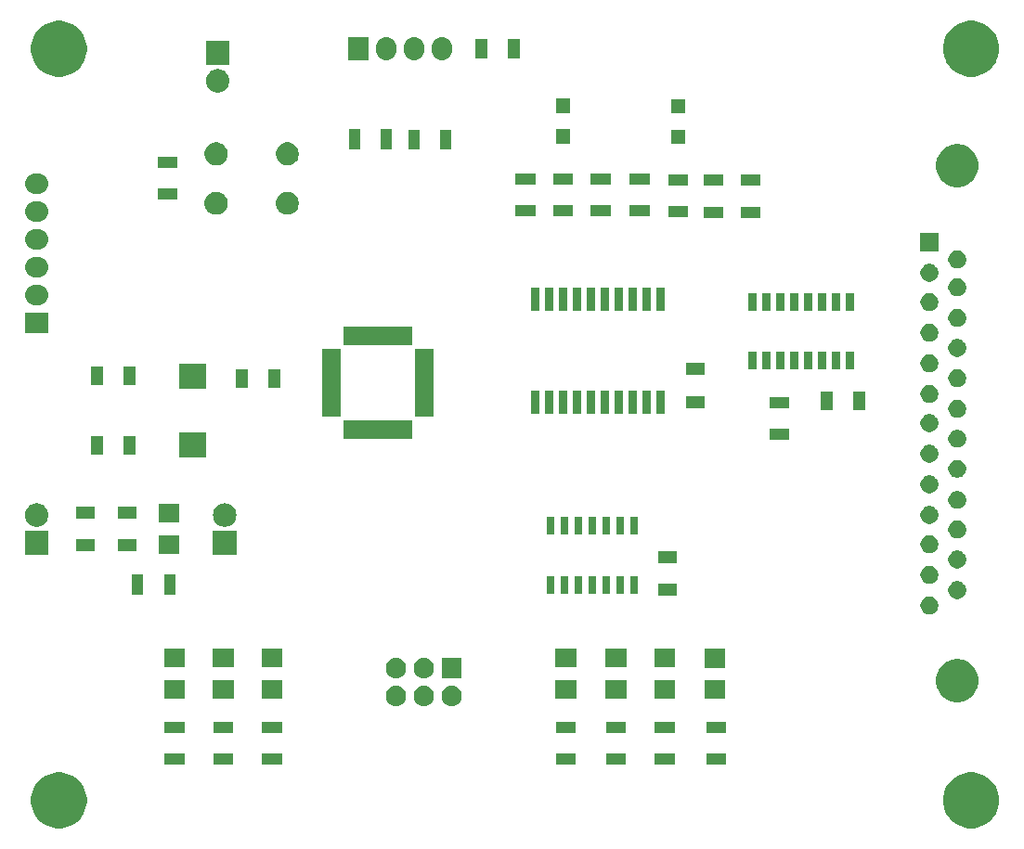
<source format=gbr>
G04 #@! TF.GenerationSoftware,KiCad,Pcbnew,(5.1.2-1)-1*
G04 #@! TF.CreationDate,2019-07-15T09:01:35+02:00*
G04 #@! TF.ProjectId,SmartParallel,536d6172-7450-4617-9261-6c6c656c2e6b,rev?*
G04 #@! TF.SameCoordinates,Original*
G04 #@! TF.FileFunction,Soldermask,Top*
G04 #@! TF.FilePolarity,Negative*
%FSLAX46Y46*%
G04 Gerber Fmt 4.6, Leading zero omitted, Abs format (unit mm)*
G04 Created by KiCad (PCBNEW (5.1.2-1)-1) date 2019-07-15 09:01:35*
%MOMM*%
%LPD*%
G04 APERTURE LIST*
%ADD10C,0.100000*%
G04 APERTURE END LIST*
D10*
G36*
X213088098Y-96734033D02*
G01*
X213552350Y-96926332D01*
X213552352Y-96926333D01*
X213970168Y-97205509D01*
X214325491Y-97560832D01*
X214604667Y-97978648D01*
X214604668Y-97978650D01*
X214796967Y-98442902D01*
X214895000Y-98935747D01*
X214895000Y-99438253D01*
X214796967Y-99931098D01*
X214604668Y-100395350D01*
X214604667Y-100395352D01*
X214325491Y-100813168D01*
X213970168Y-101168491D01*
X213552352Y-101447667D01*
X213552351Y-101447668D01*
X213552350Y-101447668D01*
X213088098Y-101639967D01*
X212595253Y-101738000D01*
X212092747Y-101738000D01*
X211599902Y-101639967D01*
X211135650Y-101447668D01*
X211135649Y-101447668D01*
X211135648Y-101447667D01*
X210717832Y-101168491D01*
X210362509Y-100813168D01*
X210083333Y-100395352D01*
X210083332Y-100395350D01*
X209891033Y-99931098D01*
X209793000Y-99438253D01*
X209793000Y-98935747D01*
X209891033Y-98442902D01*
X210083332Y-97978650D01*
X210083333Y-97978648D01*
X210362509Y-97560832D01*
X210717832Y-97205509D01*
X211135648Y-96926333D01*
X211135650Y-96926332D01*
X211599902Y-96734033D01*
X212092747Y-96636000D01*
X212595253Y-96636000D01*
X213088098Y-96734033D01*
X213088098Y-96734033D01*
G37*
G36*
X129903098Y-96734033D02*
G01*
X130367350Y-96926332D01*
X130367352Y-96926333D01*
X130785168Y-97205509D01*
X131140491Y-97560832D01*
X131419667Y-97978648D01*
X131419668Y-97978650D01*
X131611967Y-98442902D01*
X131710000Y-98935747D01*
X131710000Y-99438253D01*
X131611967Y-99931098D01*
X131419668Y-100395350D01*
X131419667Y-100395352D01*
X131140491Y-100813168D01*
X130785168Y-101168491D01*
X130367352Y-101447667D01*
X130367351Y-101447668D01*
X130367350Y-101447668D01*
X129903098Y-101639967D01*
X129410253Y-101738000D01*
X128907747Y-101738000D01*
X128414902Y-101639967D01*
X127950650Y-101447668D01*
X127950649Y-101447668D01*
X127950648Y-101447667D01*
X127532832Y-101168491D01*
X127177509Y-100813168D01*
X126898333Y-100395352D01*
X126898332Y-100395350D01*
X126706033Y-99931098D01*
X126608000Y-99438253D01*
X126608000Y-98935747D01*
X126706033Y-98442902D01*
X126898332Y-97978650D01*
X126898333Y-97978648D01*
X127177509Y-97560832D01*
X127532832Y-97205509D01*
X127950648Y-96926333D01*
X127950650Y-96926332D01*
X128414902Y-96734033D01*
X128907747Y-96636000D01*
X129410253Y-96636000D01*
X129903098Y-96734033D01*
X129903098Y-96734033D01*
G37*
G36*
X180860000Y-95931000D02*
G01*
X179058000Y-95931000D01*
X179058000Y-94929000D01*
X180860000Y-94929000D01*
X180860000Y-95931000D01*
X180860000Y-95931000D01*
G37*
G36*
X176288000Y-95931000D02*
G01*
X174486000Y-95931000D01*
X174486000Y-94929000D01*
X176288000Y-94929000D01*
X176288000Y-95931000D01*
X176288000Y-95931000D01*
G37*
G36*
X149491000Y-95931000D02*
G01*
X147689000Y-95931000D01*
X147689000Y-94929000D01*
X149491000Y-94929000D01*
X149491000Y-95931000D01*
X149491000Y-95931000D01*
G37*
G36*
X145046000Y-95931000D02*
G01*
X143244000Y-95931000D01*
X143244000Y-94929000D01*
X145046000Y-94929000D01*
X145046000Y-95931000D01*
X145046000Y-95931000D01*
G37*
G36*
X140601000Y-95931000D02*
G01*
X138799000Y-95931000D01*
X138799000Y-94929000D01*
X140601000Y-94929000D01*
X140601000Y-95931000D01*
X140601000Y-95931000D01*
G37*
G36*
X185305000Y-95931000D02*
G01*
X183503000Y-95931000D01*
X183503000Y-94929000D01*
X185305000Y-94929000D01*
X185305000Y-95931000D01*
X185305000Y-95931000D01*
G37*
G36*
X190004000Y-95931000D02*
G01*
X188202000Y-95931000D01*
X188202000Y-94929000D01*
X190004000Y-94929000D01*
X190004000Y-95931000D01*
X190004000Y-95931000D01*
G37*
G36*
X190004000Y-93031000D02*
G01*
X188202000Y-93031000D01*
X188202000Y-92029000D01*
X190004000Y-92029000D01*
X190004000Y-93031000D01*
X190004000Y-93031000D01*
G37*
G36*
X185305000Y-93031000D02*
G01*
X183503000Y-93031000D01*
X183503000Y-92029000D01*
X185305000Y-92029000D01*
X185305000Y-93031000D01*
X185305000Y-93031000D01*
G37*
G36*
X180860000Y-93031000D02*
G01*
X179058000Y-93031000D01*
X179058000Y-92029000D01*
X180860000Y-92029000D01*
X180860000Y-93031000D01*
X180860000Y-93031000D01*
G37*
G36*
X176288000Y-93031000D02*
G01*
X174486000Y-93031000D01*
X174486000Y-92029000D01*
X176288000Y-92029000D01*
X176288000Y-93031000D01*
X176288000Y-93031000D01*
G37*
G36*
X149491000Y-93031000D02*
G01*
X147689000Y-93031000D01*
X147689000Y-92029000D01*
X149491000Y-92029000D01*
X149491000Y-93031000D01*
X149491000Y-93031000D01*
G37*
G36*
X145046000Y-93031000D02*
G01*
X143244000Y-93031000D01*
X143244000Y-92029000D01*
X145046000Y-92029000D01*
X145046000Y-93031000D01*
X145046000Y-93031000D01*
G37*
G36*
X140601000Y-93031000D02*
G01*
X138799000Y-93031000D01*
X138799000Y-92029000D01*
X140601000Y-92029000D01*
X140601000Y-93031000D01*
X140601000Y-93031000D01*
G37*
G36*
X165152294Y-88760633D02*
G01*
X165324695Y-88812931D01*
X165483583Y-88897858D01*
X165622849Y-89012151D01*
X165737142Y-89151417D01*
X165822069Y-89310305D01*
X165874367Y-89482706D01*
X165892025Y-89662000D01*
X165874367Y-89841294D01*
X165822069Y-90013695D01*
X165737142Y-90172583D01*
X165622849Y-90311849D01*
X165483583Y-90426142D01*
X165324695Y-90511069D01*
X165152294Y-90563367D01*
X165017931Y-90576600D01*
X164928069Y-90576600D01*
X164793706Y-90563367D01*
X164621305Y-90511069D01*
X164462417Y-90426142D01*
X164323151Y-90311849D01*
X164208858Y-90172583D01*
X164123931Y-90013695D01*
X164071633Y-89841294D01*
X164053975Y-89662000D01*
X164071633Y-89482706D01*
X164123931Y-89310305D01*
X164208858Y-89151417D01*
X164323151Y-89012151D01*
X164462417Y-88897858D01*
X164621305Y-88812931D01*
X164793706Y-88760633D01*
X164928069Y-88747400D01*
X165017931Y-88747400D01*
X165152294Y-88760633D01*
X165152294Y-88760633D01*
G37*
G36*
X160072294Y-88760633D02*
G01*
X160244695Y-88812931D01*
X160403583Y-88897858D01*
X160542849Y-89012151D01*
X160657142Y-89151417D01*
X160742069Y-89310305D01*
X160794367Y-89482706D01*
X160812025Y-89662000D01*
X160794367Y-89841294D01*
X160742069Y-90013695D01*
X160657142Y-90172583D01*
X160542849Y-90311849D01*
X160403583Y-90426142D01*
X160244695Y-90511069D01*
X160072294Y-90563367D01*
X159937931Y-90576600D01*
X159848069Y-90576600D01*
X159713706Y-90563367D01*
X159541305Y-90511069D01*
X159382417Y-90426142D01*
X159243151Y-90311849D01*
X159128858Y-90172583D01*
X159043931Y-90013695D01*
X158991633Y-89841294D01*
X158973975Y-89662000D01*
X158991633Y-89482706D01*
X159043931Y-89310305D01*
X159128858Y-89151417D01*
X159243151Y-89012151D01*
X159382417Y-88897858D01*
X159541305Y-88812931D01*
X159713706Y-88760633D01*
X159848069Y-88747400D01*
X159937931Y-88747400D01*
X160072294Y-88760633D01*
X160072294Y-88760633D01*
G37*
G36*
X162612294Y-88760633D02*
G01*
X162784695Y-88812931D01*
X162943583Y-88897858D01*
X163082849Y-89012151D01*
X163197142Y-89151417D01*
X163282069Y-89310305D01*
X163334367Y-89482706D01*
X163352025Y-89662000D01*
X163334367Y-89841294D01*
X163282069Y-90013695D01*
X163197142Y-90172583D01*
X163082849Y-90311849D01*
X162943583Y-90426142D01*
X162784695Y-90511069D01*
X162612294Y-90563367D01*
X162477931Y-90576600D01*
X162388069Y-90576600D01*
X162253706Y-90563367D01*
X162081305Y-90511069D01*
X161922417Y-90426142D01*
X161783151Y-90311849D01*
X161668858Y-90172583D01*
X161583931Y-90013695D01*
X161531633Y-89841294D01*
X161513975Y-89662000D01*
X161531633Y-89482706D01*
X161583931Y-89310305D01*
X161668858Y-89151417D01*
X161783151Y-89012151D01*
X161922417Y-88897858D01*
X162081305Y-88812931D01*
X162253706Y-88760633D01*
X162388069Y-88747400D01*
X162477931Y-88747400D01*
X162612294Y-88760633D01*
X162612294Y-88760633D01*
G37*
G36*
X211512275Y-86357858D02*
G01*
X211644544Y-86384168D01*
X211791991Y-86445243D01*
X212000512Y-86531615D01*
X212000513Y-86531616D01*
X212320877Y-86745676D01*
X212593324Y-87018123D01*
X212662732Y-87122000D01*
X212807385Y-87338488D01*
X212954832Y-87694457D01*
X213020257Y-88023367D01*
X213030000Y-88072351D01*
X213030000Y-88457649D01*
X212954832Y-88835544D01*
X212929020Y-88897859D01*
X212807385Y-89191512D01*
X212807384Y-89191513D01*
X212593324Y-89511877D01*
X212320877Y-89784324D01*
X212235615Y-89841294D01*
X212000512Y-89998385D01*
X211791991Y-90084757D01*
X211644544Y-90145832D01*
X211518579Y-90170888D01*
X211266651Y-90221000D01*
X210881349Y-90221000D01*
X210629421Y-90170888D01*
X210503456Y-90145832D01*
X210356009Y-90084757D01*
X210147488Y-89998385D01*
X209912385Y-89841294D01*
X209827123Y-89784324D01*
X209554676Y-89511877D01*
X209340616Y-89191513D01*
X209340615Y-89191512D01*
X209218980Y-88897859D01*
X209193168Y-88835544D01*
X209118000Y-88457649D01*
X209118000Y-88072351D01*
X209127744Y-88023367D01*
X209193168Y-87694457D01*
X209340615Y-87338488D01*
X209485268Y-87122000D01*
X209554676Y-87018123D01*
X209827123Y-86745676D01*
X210147487Y-86531616D01*
X210147488Y-86531615D01*
X210356009Y-86445243D01*
X210503456Y-86384168D01*
X210635725Y-86357858D01*
X210881349Y-86309000D01*
X211266651Y-86309000D01*
X211512275Y-86357858D01*
X211512275Y-86357858D01*
G37*
G36*
X189927430Y-89922550D02*
G01*
X188024570Y-89922550D01*
X188024570Y-88222890D01*
X189927430Y-88222890D01*
X189927430Y-89922550D01*
X189927430Y-89922550D01*
G37*
G36*
X145096430Y-89899690D02*
G01*
X143193570Y-89899690D01*
X143193570Y-88200030D01*
X145096430Y-88200030D01*
X145096430Y-89899690D01*
X145096430Y-89899690D01*
G37*
G36*
X149541430Y-89899690D02*
G01*
X147638570Y-89899690D01*
X147638570Y-88200030D01*
X149541430Y-88200030D01*
X149541430Y-89899690D01*
X149541430Y-89899690D01*
G37*
G36*
X140651430Y-89899690D02*
G01*
X138748570Y-89899690D01*
X138748570Y-88200030D01*
X140651430Y-88200030D01*
X140651430Y-89899690D01*
X140651430Y-89899690D01*
G37*
G36*
X185355430Y-89899690D02*
G01*
X183452570Y-89899690D01*
X183452570Y-88200030D01*
X185355430Y-88200030D01*
X185355430Y-89899690D01*
X185355430Y-89899690D01*
G37*
G36*
X180910430Y-89899690D02*
G01*
X179007570Y-89899690D01*
X179007570Y-88200030D01*
X180910430Y-88200030D01*
X180910430Y-89899690D01*
X180910430Y-89899690D01*
G37*
G36*
X176338430Y-89899690D02*
G01*
X174435570Y-89899690D01*
X174435570Y-88200030D01*
X176338430Y-88200030D01*
X176338430Y-89899690D01*
X176338430Y-89899690D01*
G37*
G36*
X162612294Y-86220633D02*
G01*
X162784695Y-86272931D01*
X162943583Y-86357858D01*
X163082849Y-86472151D01*
X163197142Y-86611417D01*
X163282069Y-86770305D01*
X163334367Y-86942706D01*
X163352025Y-87122000D01*
X163334367Y-87301294D01*
X163282069Y-87473695D01*
X163197142Y-87632583D01*
X163082849Y-87771849D01*
X162943583Y-87886142D01*
X162784695Y-87971069D01*
X162612294Y-88023367D01*
X162477931Y-88036600D01*
X162388069Y-88036600D01*
X162253706Y-88023367D01*
X162081305Y-87971069D01*
X161922417Y-87886142D01*
X161783151Y-87771849D01*
X161668858Y-87632583D01*
X161583931Y-87473695D01*
X161531633Y-87301294D01*
X161513975Y-87122000D01*
X161531633Y-86942706D01*
X161583931Y-86770305D01*
X161668858Y-86611417D01*
X161783151Y-86472151D01*
X161922417Y-86357858D01*
X162081305Y-86272931D01*
X162253706Y-86220633D01*
X162388069Y-86207400D01*
X162477931Y-86207400D01*
X162612294Y-86220633D01*
X162612294Y-86220633D01*
G37*
G36*
X165887600Y-88036600D02*
G01*
X164058400Y-88036600D01*
X164058400Y-86207400D01*
X165887600Y-86207400D01*
X165887600Y-88036600D01*
X165887600Y-88036600D01*
G37*
G36*
X160072294Y-86220633D02*
G01*
X160244695Y-86272931D01*
X160403583Y-86357858D01*
X160542849Y-86472151D01*
X160657142Y-86611417D01*
X160742069Y-86770305D01*
X160794367Y-86942706D01*
X160812025Y-87122000D01*
X160794367Y-87301294D01*
X160742069Y-87473695D01*
X160657142Y-87632583D01*
X160542849Y-87771849D01*
X160403583Y-87886142D01*
X160244695Y-87971069D01*
X160072294Y-88023367D01*
X159937931Y-88036600D01*
X159848069Y-88036600D01*
X159713706Y-88023367D01*
X159541305Y-87971069D01*
X159382417Y-87886142D01*
X159243151Y-87771849D01*
X159128858Y-87632583D01*
X159043931Y-87473695D01*
X158991633Y-87301294D01*
X158973975Y-87122000D01*
X158991633Y-86942706D01*
X159043931Y-86770305D01*
X159128858Y-86611417D01*
X159243151Y-86472151D01*
X159382417Y-86357858D01*
X159541305Y-86272931D01*
X159713706Y-86220633D01*
X159848069Y-86207400D01*
X159937931Y-86207400D01*
X160072294Y-86220633D01*
X160072294Y-86220633D01*
G37*
G36*
X189927430Y-87082830D02*
G01*
X188024570Y-87082830D01*
X188024570Y-85383170D01*
X189927430Y-85383170D01*
X189927430Y-87082830D01*
X189927430Y-87082830D01*
G37*
G36*
X176338430Y-87059970D02*
G01*
X174435570Y-87059970D01*
X174435570Y-85360310D01*
X176338430Y-85360310D01*
X176338430Y-87059970D01*
X176338430Y-87059970D01*
G37*
G36*
X145096430Y-87059970D02*
G01*
X143193570Y-87059970D01*
X143193570Y-85360310D01*
X145096430Y-85360310D01*
X145096430Y-87059970D01*
X145096430Y-87059970D01*
G37*
G36*
X149541430Y-87059970D02*
G01*
X147638570Y-87059970D01*
X147638570Y-85360310D01*
X149541430Y-85360310D01*
X149541430Y-87059970D01*
X149541430Y-87059970D01*
G37*
G36*
X140651430Y-87059970D02*
G01*
X138748570Y-87059970D01*
X138748570Y-85360310D01*
X140651430Y-85360310D01*
X140651430Y-87059970D01*
X140651430Y-87059970D01*
G37*
G36*
X185355430Y-87059970D02*
G01*
X183452570Y-87059970D01*
X183452570Y-85360310D01*
X185355430Y-85360310D01*
X185355430Y-87059970D01*
X185355430Y-87059970D01*
G37*
G36*
X180910430Y-87059970D02*
G01*
X179007570Y-87059970D01*
X179007570Y-85360310D01*
X180910430Y-85360310D01*
X180910430Y-87059970D01*
X180910430Y-87059970D01*
G37*
G36*
X208771142Y-80625242D02*
G01*
X208919101Y-80686529D01*
X209052255Y-80775499D01*
X209165501Y-80888745D01*
X209254471Y-81021899D01*
X209315758Y-81169858D01*
X209347000Y-81326925D01*
X209347000Y-81487075D01*
X209315758Y-81644142D01*
X209254471Y-81792101D01*
X209165501Y-81925255D01*
X209052255Y-82038501D01*
X208919101Y-82127471D01*
X208771142Y-82188758D01*
X208614075Y-82220000D01*
X208453925Y-82220000D01*
X208296858Y-82188758D01*
X208148899Y-82127471D01*
X208015745Y-82038501D01*
X207902499Y-81925255D01*
X207813529Y-81792101D01*
X207752242Y-81644142D01*
X207721000Y-81487075D01*
X207721000Y-81326925D01*
X207752242Y-81169858D01*
X207813529Y-81021899D01*
X207902499Y-80888745D01*
X208015745Y-80775499D01*
X208148899Y-80686529D01*
X208296858Y-80625242D01*
X208453925Y-80594000D01*
X208614075Y-80594000D01*
X208771142Y-80625242D01*
X208771142Y-80625242D01*
G37*
G36*
X211311142Y-79228242D02*
G01*
X211459101Y-79289529D01*
X211592255Y-79378499D01*
X211705501Y-79491745D01*
X211794471Y-79624899D01*
X211855758Y-79772858D01*
X211887000Y-79929925D01*
X211887000Y-80090075D01*
X211855758Y-80247142D01*
X211794471Y-80395101D01*
X211705501Y-80528255D01*
X211592255Y-80641501D01*
X211459101Y-80730471D01*
X211311142Y-80791758D01*
X211154075Y-80823000D01*
X210993925Y-80823000D01*
X210836858Y-80791758D01*
X210688899Y-80730471D01*
X210555745Y-80641501D01*
X210442499Y-80528255D01*
X210353529Y-80395101D01*
X210292242Y-80247142D01*
X210261000Y-80090075D01*
X210261000Y-79929925D01*
X210292242Y-79772858D01*
X210353529Y-79624899D01*
X210442499Y-79491745D01*
X210555745Y-79378499D01*
X210688899Y-79289529D01*
X210836858Y-79228242D01*
X210993925Y-79197000D01*
X211154075Y-79197000D01*
X211311142Y-79228242D01*
X211311142Y-79228242D01*
G37*
G36*
X185509000Y-80537000D02*
G01*
X183807000Y-80537000D01*
X183807000Y-79435000D01*
X185509000Y-79435000D01*
X185509000Y-80537000D01*
X185509000Y-80537000D01*
G37*
G36*
X139746000Y-80403000D02*
G01*
X138744000Y-80403000D01*
X138744000Y-78601000D01*
X139746000Y-78601000D01*
X139746000Y-80403000D01*
X139746000Y-80403000D01*
G37*
G36*
X136846000Y-80403000D02*
G01*
X135844000Y-80403000D01*
X135844000Y-78601000D01*
X136846000Y-78601000D01*
X136846000Y-80403000D01*
X136846000Y-80403000D01*
G37*
G36*
X176881000Y-80336000D02*
G01*
X176179000Y-80336000D01*
X176179000Y-78734000D01*
X176881000Y-78734000D01*
X176881000Y-80336000D01*
X176881000Y-80336000D01*
G37*
G36*
X179421000Y-80336000D02*
G01*
X178719000Y-80336000D01*
X178719000Y-78734000D01*
X179421000Y-78734000D01*
X179421000Y-80336000D01*
X179421000Y-80336000D01*
G37*
G36*
X181961000Y-80336000D02*
G01*
X181259000Y-80336000D01*
X181259000Y-78734000D01*
X181961000Y-78734000D01*
X181961000Y-80336000D01*
X181961000Y-80336000D01*
G37*
G36*
X178151000Y-80336000D02*
G01*
X177449000Y-80336000D01*
X177449000Y-78734000D01*
X178151000Y-78734000D01*
X178151000Y-80336000D01*
X178151000Y-80336000D01*
G37*
G36*
X175611000Y-80336000D02*
G01*
X174909000Y-80336000D01*
X174909000Y-78734000D01*
X175611000Y-78734000D01*
X175611000Y-80336000D01*
X175611000Y-80336000D01*
G37*
G36*
X174341000Y-80336000D02*
G01*
X173639000Y-80336000D01*
X173639000Y-78734000D01*
X174341000Y-78734000D01*
X174341000Y-80336000D01*
X174341000Y-80336000D01*
G37*
G36*
X180691000Y-80336000D02*
G01*
X179989000Y-80336000D01*
X179989000Y-78734000D01*
X180691000Y-78734000D01*
X180691000Y-80336000D01*
X180691000Y-80336000D01*
G37*
G36*
X208771142Y-77831242D02*
G01*
X208919101Y-77892529D01*
X209052255Y-77981499D01*
X209165501Y-78094745D01*
X209254471Y-78227899D01*
X209315758Y-78375858D01*
X209347000Y-78532925D01*
X209347000Y-78693075D01*
X209315758Y-78850142D01*
X209254471Y-78998101D01*
X209165501Y-79131255D01*
X209052255Y-79244501D01*
X208919101Y-79333471D01*
X208771142Y-79394758D01*
X208614075Y-79426000D01*
X208453925Y-79426000D01*
X208296858Y-79394758D01*
X208148899Y-79333471D01*
X208015745Y-79244501D01*
X207902499Y-79131255D01*
X207813529Y-78998101D01*
X207752242Y-78850142D01*
X207721000Y-78693075D01*
X207721000Y-78532925D01*
X207752242Y-78375858D01*
X207813529Y-78227899D01*
X207902499Y-78094745D01*
X208015745Y-77981499D01*
X208148899Y-77892529D01*
X208296858Y-77831242D01*
X208453925Y-77800000D01*
X208614075Y-77800000D01*
X208771142Y-77831242D01*
X208771142Y-77831242D01*
G37*
G36*
X211311142Y-76434242D02*
G01*
X211459101Y-76495529D01*
X211592255Y-76584499D01*
X211705501Y-76697745D01*
X211794471Y-76830899D01*
X211855758Y-76978858D01*
X211887000Y-77135925D01*
X211887000Y-77296075D01*
X211855758Y-77453142D01*
X211794471Y-77601101D01*
X211705501Y-77734255D01*
X211592255Y-77847501D01*
X211459101Y-77936471D01*
X211311142Y-77997758D01*
X211154075Y-78029000D01*
X210993925Y-78029000D01*
X210836858Y-77997758D01*
X210688899Y-77936471D01*
X210555745Y-77847501D01*
X210442499Y-77734255D01*
X210353529Y-77601101D01*
X210292242Y-77453142D01*
X210261000Y-77296075D01*
X210261000Y-77135925D01*
X210292242Y-76978858D01*
X210353529Y-76830899D01*
X210442499Y-76697745D01*
X210555745Y-76584499D01*
X210688899Y-76495529D01*
X210836858Y-76434242D01*
X210993925Y-76403000D01*
X211154075Y-76403000D01*
X211311142Y-76434242D01*
X211311142Y-76434242D01*
G37*
G36*
X185509000Y-77537000D02*
G01*
X183807000Y-77537000D01*
X183807000Y-76435000D01*
X185509000Y-76435000D01*
X185509000Y-77537000D01*
X185509000Y-77537000D01*
G37*
G36*
X145339000Y-76759000D02*
G01*
X143205000Y-76759000D01*
X143205000Y-74625000D01*
X145339000Y-74625000D01*
X145339000Y-76759000D01*
X145339000Y-76759000D01*
G37*
G36*
X128194000Y-76759000D02*
G01*
X126060000Y-76759000D01*
X126060000Y-74625000D01*
X128194000Y-74625000D01*
X128194000Y-76759000D01*
X128194000Y-76759000D01*
G37*
G36*
X140143430Y-76691690D02*
G01*
X138240570Y-76691690D01*
X138240570Y-74992030D01*
X140143430Y-74992030D01*
X140143430Y-76691690D01*
X140143430Y-76691690D01*
G37*
G36*
X208771142Y-75037242D02*
G01*
X208919101Y-75098529D01*
X209052255Y-75187499D01*
X209165501Y-75300745D01*
X209254471Y-75433899D01*
X209315758Y-75581858D01*
X209347000Y-75738925D01*
X209347000Y-75899075D01*
X209315758Y-76056142D01*
X209254471Y-76204101D01*
X209165501Y-76337255D01*
X209052255Y-76450501D01*
X208919101Y-76539471D01*
X208771142Y-76600758D01*
X208614075Y-76632000D01*
X208453925Y-76632000D01*
X208296858Y-76600758D01*
X208148899Y-76539471D01*
X208015745Y-76450501D01*
X207902499Y-76337255D01*
X207813529Y-76204101D01*
X207752242Y-76056142D01*
X207721000Y-75899075D01*
X207721000Y-75738925D01*
X207752242Y-75581858D01*
X207813529Y-75433899D01*
X207902499Y-75300745D01*
X208015745Y-75187499D01*
X208148899Y-75098529D01*
X208296858Y-75037242D01*
X208453925Y-75006000D01*
X208614075Y-75006000D01*
X208771142Y-75037242D01*
X208771142Y-75037242D01*
G37*
G36*
X136233000Y-76473000D02*
G01*
X134531000Y-76473000D01*
X134531000Y-75371000D01*
X136233000Y-75371000D01*
X136233000Y-76473000D01*
X136233000Y-76473000D01*
G37*
G36*
X132423000Y-76473000D02*
G01*
X130721000Y-76473000D01*
X130721000Y-75371000D01*
X132423000Y-75371000D01*
X132423000Y-76473000D01*
X132423000Y-76473000D01*
G37*
G36*
X211311142Y-73691042D02*
G01*
X211459101Y-73752329D01*
X211592255Y-73841299D01*
X211705501Y-73954545D01*
X211794471Y-74087699D01*
X211855758Y-74235658D01*
X211887000Y-74392725D01*
X211887000Y-74552875D01*
X211855758Y-74709942D01*
X211794471Y-74857901D01*
X211705501Y-74991055D01*
X211592255Y-75104301D01*
X211459101Y-75193271D01*
X211311142Y-75254558D01*
X211154075Y-75285800D01*
X210993925Y-75285800D01*
X210836858Y-75254558D01*
X210688899Y-75193271D01*
X210555745Y-75104301D01*
X210442499Y-74991055D01*
X210353529Y-74857901D01*
X210292242Y-74709942D01*
X210261000Y-74552875D01*
X210261000Y-74392725D01*
X210292242Y-74235658D01*
X210353529Y-74087699D01*
X210442499Y-73954545D01*
X210555745Y-73841299D01*
X210688899Y-73752329D01*
X210836858Y-73691042D01*
X210993925Y-73659800D01*
X211154075Y-73659800D01*
X211311142Y-73691042D01*
X211311142Y-73691042D01*
G37*
G36*
X178151000Y-74936000D02*
G01*
X177449000Y-74936000D01*
X177449000Y-73334000D01*
X178151000Y-73334000D01*
X178151000Y-74936000D01*
X178151000Y-74936000D01*
G37*
G36*
X181961000Y-74936000D02*
G01*
X181259000Y-74936000D01*
X181259000Y-73334000D01*
X181961000Y-73334000D01*
X181961000Y-74936000D01*
X181961000Y-74936000D01*
G37*
G36*
X180691000Y-74936000D02*
G01*
X179989000Y-74936000D01*
X179989000Y-73334000D01*
X180691000Y-73334000D01*
X180691000Y-74936000D01*
X180691000Y-74936000D01*
G37*
G36*
X179421000Y-74936000D02*
G01*
X178719000Y-74936000D01*
X178719000Y-73334000D01*
X179421000Y-73334000D01*
X179421000Y-74936000D01*
X179421000Y-74936000D01*
G37*
G36*
X176881000Y-74936000D02*
G01*
X176179000Y-74936000D01*
X176179000Y-73334000D01*
X176881000Y-73334000D01*
X176881000Y-74936000D01*
X176881000Y-74936000D01*
G37*
G36*
X175611000Y-74936000D02*
G01*
X174909000Y-74936000D01*
X174909000Y-73334000D01*
X175611000Y-73334000D01*
X175611000Y-74936000D01*
X175611000Y-74936000D01*
G37*
G36*
X174341000Y-74936000D02*
G01*
X173639000Y-74936000D01*
X173639000Y-73334000D01*
X174341000Y-73334000D01*
X174341000Y-74936000D01*
X174341000Y-74936000D01*
G37*
G36*
X127242114Y-72091176D02*
G01*
X127336168Y-72100439D01*
X127537299Y-72161451D01*
X127623110Y-72207318D01*
X127722661Y-72260529D01*
X127885133Y-72393867D01*
X128018471Y-72556339D01*
X128038280Y-72593400D01*
X128117549Y-72741701D01*
X128178561Y-72942832D01*
X128199162Y-73152000D01*
X128178561Y-73361168D01*
X128117549Y-73562299D01*
X128071682Y-73648110D01*
X128018471Y-73747661D01*
X127885133Y-73910133D01*
X127722661Y-74043471D01*
X127623110Y-74096682D01*
X127537299Y-74142549D01*
X127336168Y-74203561D01*
X127242114Y-74212824D01*
X127179413Y-74219000D01*
X127074587Y-74219000D01*
X127011886Y-74212824D01*
X126917832Y-74203561D01*
X126716701Y-74142549D01*
X126630890Y-74096682D01*
X126531339Y-74043471D01*
X126368867Y-73910133D01*
X126235529Y-73747661D01*
X126182318Y-73648110D01*
X126136451Y-73562299D01*
X126075439Y-73361168D01*
X126054838Y-73152000D01*
X126075439Y-72942832D01*
X126136451Y-72741701D01*
X126215720Y-72593400D01*
X126235529Y-72556339D01*
X126368867Y-72393867D01*
X126531339Y-72260529D01*
X126630890Y-72207318D01*
X126716701Y-72161451D01*
X126917832Y-72100439D01*
X127011886Y-72091176D01*
X127074587Y-72085000D01*
X127179413Y-72085000D01*
X127242114Y-72091176D01*
X127242114Y-72091176D01*
G37*
G36*
X144387114Y-72091176D02*
G01*
X144481168Y-72100439D01*
X144682299Y-72161451D01*
X144768110Y-72207318D01*
X144867661Y-72260529D01*
X145030133Y-72393867D01*
X145163471Y-72556339D01*
X145183280Y-72593400D01*
X145262549Y-72741701D01*
X145323561Y-72942832D01*
X145344162Y-73152000D01*
X145323561Y-73361168D01*
X145262549Y-73562299D01*
X145216682Y-73648110D01*
X145163471Y-73747661D01*
X145030133Y-73910133D01*
X144867661Y-74043471D01*
X144768110Y-74096682D01*
X144682299Y-74142549D01*
X144481168Y-74203561D01*
X144387114Y-74212824D01*
X144324413Y-74219000D01*
X144219587Y-74219000D01*
X144156886Y-74212824D01*
X144062832Y-74203561D01*
X143861701Y-74142549D01*
X143775890Y-74096682D01*
X143676339Y-74043471D01*
X143513867Y-73910133D01*
X143380529Y-73747661D01*
X143327318Y-73648110D01*
X143281451Y-73562299D01*
X143220439Y-73361168D01*
X143199838Y-73152000D01*
X143220439Y-72942832D01*
X143281451Y-72741701D01*
X143360720Y-72593400D01*
X143380529Y-72556339D01*
X143513867Y-72393867D01*
X143676339Y-72260529D01*
X143775890Y-72207318D01*
X143861701Y-72161451D01*
X144062832Y-72100439D01*
X144156886Y-72091176D01*
X144219587Y-72085000D01*
X144324413Y-72085000D01*
X144387114Y-72091176D01*
X144387114Y-72091176D01*
G37*
G36*
X208771142Y-72370242D02*
G01*
X208919101Y-72431529D01*
X209052255Y-72520499D01*
X209165501Y-72633745D01*
X209254471Y-72766899D01*
X209315758Y-72914858D01*
X209347000Y-73071925D01*
X209347000Y-73232075D01*
X209315758Y-73389142D01*
X209254471Y-73537101D01*
X209165501Y-73670255D01*
X209052255Y-73783501D01*
X208919101Y-73872471D01*
X208771142Y-73933758D01*
X208614075Y-73965000D01*
X208453925Y-73965000D01*
X208296858Y-73933758D01*
X208148899Y-73872471D01*
X208015745Y-73783501D01*
X207902499Y-73670255D01*
X207813529Y-73537101D01*
X207752242Y-73389142D01*
X207721000Y-73232075D01*
X207721000Y-73071925D01*
X207752242Y-72914858D01*
X207813529Y-72766899D01*
X207902499Y-72633745D01*
X208015745Y-72520499D01*
X208148899Y-72431529D01*
X208296858Y-72370242D01*
X208453925Y-72339000D01*
X208614075Y-72339000D01*
X208771142Y-72370242D01*
X208771142Y-72370242D01*
G37*
G36*
X140143430Y-73851970D02*
G01*
X138240570Y-73851970D01*
X138240570Y-72152310D01*
X140143430Y-72152310D01*
X140143430Y-73851970D01*
X140143430Y-73851970D01*
G37*
G36*
X132423000Y-73473000D02*
G01*
X130721000Y-73473000D01*
X130721000Y-72371000D01*
X132423000Y-72371000D01*
X132423000Y-73473000D01*
X132423000Y-73473000D01*
G37*
G36*
X136233000Y-73473000D02*
G01*
X134531000Y-73473000D01*
X134531000Y-72371000D01*
X136233000Y-72371000D01*
X136233000Y-73473000D01*
X136233000Y-73473000D01*
G37*
G36*
X211311142Y-70998642D02*
G01*
X211459101Y-71059929D01*
X211592255Y-71148899D01*
X211705501Y-71262145D01*
X211794471Y-71395299D01*
X211855758Y-71543258D01*
X211887000Y-71700325D01*
X211887000Y-71860475D01*
X211855758Y-72017542D01*
X211794471Y-72165501D01*
X211705501Y-72298655D01*
X211592255Y-72411901D01*
X211459101Y-72500871D01*
X211311142Y-72562158D01*
X211154075Y-72593400D01*
X210993925Y-72593400D01*
X210836858Y-72562158D01*
X210688899Y-72500871D01*
X210555745Y-72411901D01*
X210442499Y-72298655D01*
X210353529Y-72165501D01*
X210292242Y-72017542D01*
X210261000Y-71860475D01*
X210261000Y-71700325D01*
X210292242Y-71543258D01*
X210353529Y-71395299D01*
X210442499Y-71262145D01*
X210555745Y-71148899D01*
X210688899Y-71059929D01*
X210836858Y-70998642D01*
X210993925Y-70967400D01*
X211154075Y-70967400D01*
X211311142Y-70998642D01*
X211311142Y-70998642D01*
G37*
G36*
X208771142Y-69576242D02*
G01*
X208919101Y-69637529D01*
X209052255Y-69726499D01*
X209165501Y-69839745D01*
X209254471Y-69972899D01*
X209315758Y-70120858D01*
X209347000Y-70277925D01*
X209347000Y-70438075D01*
X209315758Y-70595142D01*
X209254471Y-70743101D01*
X209165501Y-70876255D01*
X209052255Y-70989501D01*
X208919101Y-71078471D01*
X208771142Y-71139758D01*
X208614075Y-71171000D01*
X208453925Y-71171000D01*
X208296858Y-71139758D01*
X208148899Y-71078471D01*
X208015745Y-70989501D01*
X207902499Y-70876255D01*
X207813529Y-70743101D01*
X207752242Y-70595142D01*
X207721000Y-70438075D01*
X207721000Y-70277925D01*
X207752242Y-70120858D01*
X207813529Y-69972899D01*
X207902499Y-69839745D01*
X208015745Y-69726499D01*
X208148899Y-69637529D01*
X208296858Y-69576242D01*
X208453925Y-69545000D01*
X208614075Y-69545000D01*
X208771142Y-69576242D01*
X208771142Y-69576242D01*
G37*
G36*
X211311142Y-68153842D02*
G01*
X211459101Y-68215129D01*
X211592255Y-68304099D01*
X211705501Y-68417345D01*
X211794471Y-68550499D01*
X211855758Y-68698458D01*
X211887000Y-68855525D01*
X211887000Y-69015675D01*
X211855758Y-69172742D01*
X211794471Y-69320701D01*
X211705501Y-69453855D01*
X211592255Y-69567101D01*
X211459101Y-69656071D01*
X211311142Y-69717358D01*
X211154075Y-69748600D01*
X210993925Y-69748600D01*
X210836858Y-69717358D01*
X210688899Y-69656071D01*
X210555745Y-69567101D01*
X210442499Y-69453855D01*
X210353529Y-69320701D01*
X210292242Y-69172742D01*
X210261000Y-69015675D01*
X210261000Y-68855525D01*
X210292242Y-68698458D01*
X210353529Y-68550499D01*
X210442499Y-68417345D01*
X210555745Y-68304099D01*
X210688899Y-68215129D01*
X210836858Y-68153842D01*
X210993925Y-68122600D01*
X211154075Y-68122600D01*
X211311142Y-68153842D01*
X211311142Y-68153842D01*
G37*
G36*
X208771142Y-66782242D02*
G01*
X208919101Y-66843529D01*
X209052255Y-66932499D01*
X209165501Y-67045745D01*
X209254471Y-67178899D01*
X209315758Y-67326858D01*
X209347000Y-67483925D01*
X209347000Y-67644075D01*
X209315758Y-67801142D01*
X209254471Y-67949101D01*
X209165501Y-68082255D01*
X209052255Y-68195501D01*
X208919101Y-68284471D01*
X208771142Y-68345758D01*
X208614075Y-68377000D01*
X208453925Y-68377000D01*
X208296858Y-68345758D01*
X208148899Y-68284471D01*
X208015745Y-68195501D01*
X207902499Y-68082255D01*
X207813529Y-67949101D01*
X207752242Y-67801142D01*
X207721000Y-67644075D01*
X207721000Y-67483925D01*
X207752242Y-67326858D01*
X207813529Y-67178899D01*
X207902499Y-67045745D01*
X208015745Y-66932499D01*
X208148899Y-66843529D01*
X208296858Y-66782242D01*
X208453925Y-66751000D01*
X208614075Y-66751000D01*
X208771142Y-66782242D01*
X208771142Y-66782242D01*
G37*
G36*
X142602000Y-67928000D02*
G01*
X140100000Y-67928000D01*
X140100000Y-65626000D01*
X142602000Y-65626000D01*
X142602000Y-67928000D01*
X142602000Y-67928000D01*
G37*
G36*
X136163000Y-67653000D02*
G01*
X135061000Y-67653000D01*
X135061000Y-65951000D01*
X136163000Y-65951000D01*
X136163000Y-67653000D01*
X136163000Y-67653000D01*
G37*
G36*
X133163000Y-67653000D02*
G01*
X132061000Y-67653000D01*
X132061000Y-65951000D01*
X133163000Y-65951000D01*
X133163000Y-67653000D01*
X133163000Y-67653000D01*
G37*
G36*
X211311142Y-65410642D02*
G01*
X211459101Y-65471929D01*
X211592255Y-65560899D01*
X211705501Y-65674145D01*
X211794471Y-65807299D01*
X211855758Y-65955258D01*
X211887000Y-66112325D01*
X211887000Y-66272475D01*
X211855758Y-66429542D01*
X211794471Y-66577501D01*
X211705501Y-66710655D01*
X211592255Y-66823901D01*
X211459101Y-66912871D01*
X211311142Y-66974158D01*
X211154075Y-67005400D01*
X210993925Y-67005400D01*
X210836858Y-66974158D01*
X210688899Y-66912871D01*
X210555745Y-66823901D01*
X210442499Y-66710655D01*
X210353529Y-66577501D01*
X210292242Y-66429542D01*
X210261000Y-66272475D01*
X210261000Y-66112325D01*
X210292242Y-65955258D01*
X210353529Y-65807299D01*
X210442499Y-65674145D01*
X210555745Y-65560899D01*
X210688899Y-65471929D01*
X210836858Y-65410642D01*
X210993925Y-65379400D01*
X211154075Y-65379400D01*
X211311142Y-65410642D01*
X211311142Y-65410642D01*
G37*
G36*
X195782500Y-66276500D02*
G01*
X193980500Y-66276500D01*
X193980500Y-65274500D01*
X195782500Y-65274500D01*
X195782500Y-66276500D01*
X195782500Y-66276500D01*
G37*
G36*
X161368000Y-66188000D02*
G01*
X155116000Y-66188000D01*
X155116000Y-64486000D01*
X161368000Y-64486000D01*
X161368000Y-66188000D01*
X161368000Y-66188000D01*
G37*
G36*
X208771142Y-63988242D02*
G01*
X208919101Y-64049529D01*
X209052255Y-64138499D01*
X209165501Y-64251745D01*
X209254471Y-64384899D01*
X209315758Y-64532858D01*
X209347000Y-64689925D01*
X209347000Y-64850075D01*
X209315758Y-65007142D01*
X209254471Y-65155101D01*
X209165501Y-65288255D01*
X209052255Y-65401501D01*
X208919101Y-65490471D01*
X208771142Y-65551758D01*
X208614075Y-65583000D01*
X208453925Y-65583000D01*
X208296858Y-65551758D01*
X208148899Y-65490471D01*
X208015745Y-65401501D01*
X207902499Y-65288255D01*
X207813529Y-65155101D01*
X207752242Y-65007142D01*
X207721000Y-64850075D01*
X207721000Y-64689925D01*
X207752242Y-64532858D01*
X207813529Y-64384899D01*
X207902499Y-64251745D01*
X208015745Y-64138499D01*
X208148899Y-64049529D01*
X208296858Y-63988242D01*
X208453925Y-63957000D01*
X208614075Y-63957000D01*
X208771142Y-63988242D01*
X208771142Y-63988242D01*
G37*
G36*
X211311142Y-62667442D02*
G01*
X211459101Y-62728729D01*
X211592255Y-62817699D01*
X211705501Y-62930945D01*
X211794471Y-63064099D01*
X211855758Y-63212058D01*
X211887000Y-63369125D01*
X211887000Y-63529275D01*
X211855758Y-63686342D01*
X211794471Y-63834301D01*
X211705501Y-63967455D01*
X211592255Y-64080701D01*
X211459101Y-64169671D01*
X211311142Y-64230958D01*
X211154075Y-64262200D01*
X210993925Y-64262200D01*
X210836858Y-64230958D01*
X210688899Y-64169671D01*
X210555745Y-64080701D01*
X210442499Y-63967455D01*
X210353529Y-63834301D01*
X210292242Y-63686342D01*
X210261000Y-63529275D01*
X210261000Y-63369125D01*
X210292242Y-63212058D01*
X210353529Y-63064099D01*
X210442499Y-62930945D01*
X210555745Y-62817699D01*
X210688899Y-62728729D01*
X210836858Y-62667442D01*
X210993925Y-62636200D01*
X211154075Y-62636200D01*
X211311142Y-62667442D01*
X211311142Y-62667442D01*
G37*
G36*
X154843000Y-64213000D02*
G01*
X153141000Y-64213000D01*
X153141000Y-57961000D01*
X154843000Y-57961000D01*
X154843000Y-64213000D01*
X154843000Y-64213000D01*
G37*
G36*
X163343000Y-64213000D02*
G01*
X161641000Y-64213000D01*
X161641000Y-57961000D01*
X163343000Y-57961000D01*
X163343000Y-64213000D01*
X163343000Y-64213000D01*
G37*
G36*
X184374000Y-63892000D02*
G01*
X183672000Y-63892000D01*
X183672000Y-61840000D01*
X184374000Y-61840000D01*
X184374000Y-63892000D01*
X184374000Y-63892000D01*
G37*
G36*
X176754000Y-63892000D02*
G01*
X176052000Y-63892000D01*
X176052000Y-61840000D01*
X176754000Y-61840000D01*
X176754000Y-63892000D01*
X176754000Y-63892000D01*
G37*
G36*
X183104000Y-63892000D02*
G01*
X182402000Y-63892000D01*
X182402000Y-61840000D01*
X183104000Y-61840000D01*
X183104000Y-63892000D01*
X183104000Y-63892000D01*
G37*
G36*
X181834000Y-63892000D02*
G01*
X181132000Y-63892000D01*
X181132000Y-61840000D01*
X181834000Y-61840000D01*
X181834000Y-63892000D01*
X181834000Y-63892000D01*
G37*
G36*
X180564000Y-63892000D02*
G01*
X179862000Y-63892000D01*
X179862000Y-61840000D01*
X180564000Y-61840000D01*
X180564000Y-63892000D01*
X180564000Y-63892000D01*
G37*
G36*
X179294000Y-63892000D02*
G01*
X178592000Y-63892000D01*
X178592000Y-61840000D01*
X179294000Y-61840000D01*
X179294000Y-63892000D01*
X179294000Y-63892000D01*
G37*
G36*
X178024000Y-63892000D02*
G01*
X177322000Y-63892000D01*
X177322000Y-61840000D01*
X178024000Y-61840000D01*
X178024000Y-63892000D01*
X178024000Y-63892000D01*
G37*
G36*
X175484000Y-63892000D02*
G01*
X174782000Y-63892000D01*
X174782000Y-61840000D01*
X175484000Y-61840000D01*
X175484000Y-63892000D01*
X175484000Y-63892000D01*
G37*
G36*
X174214000Y-63892000D02*
G01*
X173512000Y-63892000D01*
X173512000Y-61840000D01*
X174214000Y-61840000D01*
X174214000Y-63892000D01*
X174214000Y-63892000D01*
G37*
G36*
X172944000Y-63892000D02*
G01*
X172242000Y-63892000D01*
X172242000Y-61840000D01*
X172944000Y-61840000D01*
X172944000Y-63892000D01*
X172944000Y-63892000D01*
G37*
G36*
X199711000Y-63589000D02*
G01*
X198609000Y-63589000D01*
X198609000Y-61887000D01*
X199711000Y-61887000D01*
X199711000Y-63589000D01*
X199711000Y-63589000D01*
G37*
G36*
X202711000Y-63589000D02*
G01*
X201609000Y-63589000D01*
X201609000Y-61887000D01*
X202711000Y-61887000D01*
X202711000Y-63589000D01*
X202711000Y-63589000D01*
G37*
G36*
X188049000Y-63392000D02*
G01*
X186347000Y-63392000D01*
X186347000Y-62290000D01*
X188049000Y-62290000D01*
X188049000Y-63392000D01*
X188049000Y-63392000D01*
G37*
G36*
X195782500Y-63376500D02*
G01*
X193980500Y-63376500D01*
X193980500Y-62374500D01*
X195782500Y-62374500D01*
X195782500Y-63376500D01*
X195782500Y-63376500D01*
G37*
G36*
X208771142Y-61321242D02*
G01*
X208919101Y-61382529D01*
X209052255Y-61471499D01*
X209165501Y-61584745D01*
X209254471Y-61717899D01*
X209315758Y-61865858D01*
X209347000Y-62022925D01*
X209347000Y-62183075D01*
X209315758Y-62340142D01*
X209254471Y-62488101D01*
X209165501Y-62621255D01*
X209052255Y-62734501D01*
X208919101Y-62823471D01*
X208771142Y-62884758D01*
X208614075Y-62916000D01*
X208453925Y-62916000D01*
X208296858Y-62884758D01*
X208148899Y-62823471D01*
X208015745Y-62734501D01*
X207902499Y-62621255D01*
X207813529Y-62488101D01*
X207752242Y-62340142D01*
X207721000Y-62183075D01*
X207721000Y-62022925D01*
X207752242Y-61865858D01*
X207813529Y-61717899D01*
X207902499Y-61584745D01*
X208015745Y-61471499D01*
X208148899Y-61382529D01*
X208296858Y-61321242D01*
X208453925Y-61290000D01*
X208614075Y-61290000D01*
X208771142Y-61321242D01*
X208771142Y-61321242D01*
G37*
G36*
X142602000Y-61628000D02*
G01*
X140100000Y-61628000D01*
X140100000Y-59326000D01*
X142602000Y-59326000D01*
X142602000Y-61628000D01*
X142602000Y-61628000D01*
G37*
G36*
X149371000Y-61557000D02*
G01*
X148269000Y-61557000D01*
X148269000Y-59855000D01*
X149371000Y-59855000D01*
X149371000Y-61557000D01*
X149371000Y-61557000D01*
G37*
G36*
X146371000Y-61557000D02*
G01*
X145269000Y-61557000D01*
X145269000Y-59855000D01*
X146371000Y-59855000D01*
X146371000Y-61557000D01*
X146371000Y-61557000D01*
G37*
G36*
X211311142Y-59873442D02*
G01*
X211459101Y-59934729D01*
X211592255Y-60023699D01*
X211705501Y-60136945D01*
X211794471Y-60270099D01*
X211855758Y-60418058D01*
X211887000Y-60575125D01*
X211887000Y-60735275D01*
X211855758Y-60892342D01*
X211794471Y-61040301D01*
X211705501Y-61173455D01*
X211592255Y-61286701D01*
X211459101Y-61375671D01*
X211311142Y-61436958D01*
X211154075Y-61468200D01*
X210993925Y-61468200D01*
X210836858Y-61436958D01*
X210688899Y-61375671D01*
X210555745Y-61286701D01*
X210442499Y-61173455D01*
X210353529Y-61040301D01*
X210292242Y-60892342D01*
X210261000Y-60735275D01*
X210261000Y-60575125D01*
X210292242Y-60418058D01*
X210353529Y-60270099D01*
X210442499Y-60136945D01*
X210555745Y-60023699D01*
X210688899Y-59934729D01*
X210836858Y-59873442D01*
X210993925Y-59842200D01*
X211154075Y-59842200D01*
X211311142Y-59873442D01*
X211311142Y-59873442D01*
G37*
G36*
X136163000Y-61303000D02*
G01*
X135061000Y-61303000D01*
X135061000Y-59601000D01*
X136163000Y-59601000D01*
X136163000Y-61303000D01*
X136163000Y-61303000D01*
G37*
G36*
X133163000Y-61303000D02*
G01*
X132061000Y-61303000D01*
X132061000Y-59601000D01*
X133163000Y-59601000D01*
X133163000Y-61303000D01*
X133163000Y-61303000D01*
G37*
G36*
X188049000Y-60392000D02*
G01*
X186347000Y-60392000D01*
X186347000Y-59290000D01*
X188049000Y-59290000D01*
X188049000Y-60392000D01*
X188049000Y-60392000D01*
G37*
G36*
X208771142Y-58527242D02*
G01*
X208919101Y-58588529D01*
X209052255Y-58677499D01*
X209165501Y-58790745D01*
X209254471Y-58923899D01*
X209315758Y-59071858D01*
X209347000Y-59228925D01*
X209347000Y-59389075D01*
X209315758Y-59546142D01*
X209254471Y-59694101D01*
X209165501Y-59827255D01*
X209052255Y-59940501D01*
X208919101Y-60029471D01*
X208771142Y-60090758D01*
X208614075Y-60122000D01*
X208453925Y-60122000D01*
X208296858Y-60090758D01*
X208148899Y-60029471D01*
X208015745Y-59940501D01*
X207902499Y-59827255D01*
X207813529Y-59694101D01*
X207752242Y-59546142D01*
X207721000Y-59389075D01*
X207721000Y-59228925D01*
X207752242Y-59071858D01*
X207813529Y-58923899D01*
X207902499Y-58790745D01*
X208015745Y-58677499D01*
X208148899Y-58588529D01*
X208296858Y-58527242D01*
X208453925Y-58496000D01*
X208614075Y-58496000D01*
X208771142Y-58527242D01*
X208771142Y-58527242D01*
G37*
G36*
X195296000Y-59889000D02*
G01*
X194594000Y-59889000D01*
X194594000Y-58287000D01*
X195296000Y-58287000D01*
X195296000Y-59889000D01*
X195296000Y-59889000D01*
G37*
G36*
X196566000Y-59889000D02*
G01*
X195864000Y-59889000D01*
X195864000Y-58287000D01*
X196566000Y-58287000D01*
X196566000Y-59889000D01*
X196566000Y-59889000D01*
G37*
G36*
X197836000Y-59889000D02*
G01*
X197134000Y-59889000D01*
X197134000Y-58287000D01*
X197836000Y-58287000D01*
X197836000Y-59889000D01*
X197836000Y-59889000D01*
G37*
G36*
X199106000Y-59889000D02*
G01*
X198404000Y-59889000D01*
X198404000Y-58287000D01*
X199106000Y-58287000D01*
X199106000Y-59889000D01*
X199106000Y-59889000D01*
G37*
G36*
X201646000Y-59889000D02*
G01*
X200944000Y-59889000D01*
X200944000Y-58287000D01*
X201646000Y-58287000D01*
X201646000Y-59889000D01*
X201646000Y-59889000D01*
G37*
G36*
X200376000Y-59889000D02*
G01*
X199674000Y-59889000D01*
X199674000Y-58287000D01*
X200376000Y-58287000D01*
X200376000Y-59889000D01*
X200376000Y-59889000D01*
G37*
G36*
X194026000Y-59889000D02*
G01*
X193324000Y-59889000D01*
X193324000Y-58287000D01*
X194026000Y-58287000D01*
X194026000Y-59889000D01*
X194026000Y-59889000D01*
G37*
G36*
X192756000Y-59889000D02*
G01*
X192054000Y-59889000D01*
X192054000Y-58287000D01*
X192756000Y-58287000D01*
X192756000Y-59889000D01*
X192756000Y-59889000D01*
G37*
G36*
X211311142Y-57130242D02*
G01*
X211459101Y-57191529D01*
X211592255Y-57280499D01*
X211705501Y-57393745D01*
X211794471Y-57526899D01*
X211855758Y-57674858D01*
X211887000Y-57831925D01*
X211887000Y-57992075D01*
X211855758Y-58149142D01*
X211794471Y-58297101D01*
X211705501Y-58430255D01*
X211592255Y-58543501D01*
X211459101Y-58632471D01*
X211311142Y-58693758D01*
X211154075Y-58725000D01*
X210993925Y-58725000D01*
X210836858Y-58693758D01*
X210688899Y-58632471D01*
X210555745Y-58543501D01*
X210442499Y-58430255D01*
X210353529Y-58297101D01*
X210292242Y-58149142D01*
X210261000Y-57992075D01*
X210261000Y-57831925D01*
X210292242Y-57674858D01*
X210353529Y-57526899D01*
X210442499Y-57393745D01*
X210555745Y-57280499D01*
X210688899Y-57191529D01*
X210836858Y-57130242D01*
X210993925Y-57099000D01*
X211154075Y-57099000D01*
X211311142Y-57130242D01*
X211311142Y-57130242D01*
G37*
G36*
X161368000Y-57688000D02*
G01*
X155116000Y-57688000D01*
X155116000Y-55986000D01*
X161368000Y-55986000D01*
X161368000Y-57688000D01*
X161368000Y-57688000D01*
G37*
G36*
X208771142Y-55733242D02*
G01*
X208919101Y-55794529D01*
X209052255Y-55883499D01*
X209165501Y-55996745D01*
X209254471Y-56129899D01*
X209315758Y-56277858D01*
X209347000Y-56434925D01*
X209347000Y-56595075D01*
X209315758Y-56752142D01*
X209254471Y-56900101D01*
X209165501Y-57033255D01*
X209052255Y-57146501D01*
X208919101Y-57235471D01*
X208771142Y-57296758D01*
X208614075Y-57328000D01*
X208453925Y-57328000D01*
X208296858Y-57296758D01*
X208148899Y-57235471D01*
X208015745Y-57146501D01*
X207902499Y-57033255D01*
X207813529Y-56900101D01*
X207752242Y-56752142D01*
X207721000Y-56595075D01*
X207721000Y-56434925D01*
X207752242Y-56277858D01*
X207813529Y-56129899D01*
X207902499Y-55996745D01*
X208015745Y-55883499D01*
X208148899Y-55794529D01*
X208296858Y-55733242D01*
X208453925Y-55702000D01*
X208614075Y-55702000D01*
X208771142Y-55733242D01*
X208771142Y-55733242D01*
G37*
G36*
X128194000Y-56540600D02*
G01*
X126060000Y-56540600D01*
X126060000Y-54711400D01*
X128194000Y-54711400D01*
X128194000Y-56540600D01*
X128194000Y-56540600D01*
G37*
G36*
X211311142Y-54387042D02*
G01*
X211459101Y-54448329D01*
X211592255Y-54537299D01*
X211705501Y-54650545D01*
X211794471Y-54783699D01*
X211855758Y-54931658D01*
X211887000Y-55088725D01*
X211887000Y-55248875D01*
X211855758Y-55405942D01*
X211794471Y-55553901D01*
X211705501Y-55687055D01*
X211592255Y-55800301D01*
X211459101Y-55889271D01*
X211311142Y-55950558D01*
X211154075Y-55981800D01*
X210993925Y-55981800D01*
X210836858Y-55950558D01*
X210688899Y-55889271D01*
X210555745Y-55800301D01*
X210442499Y-55687055D01*
X210353529Y-55553901D01*
X210292242Y-55405942D01*
X210261000Y-55248875D01*
X210261000Y-55088725D01*
X210292242Y-54931658D01*
X210353529Y-54783699D01*
X210442499Y-54650545D01*
X210555745Y-54537299D01*
X210688899Y-54448329D01*
X210836858Y-54387042D01*
X210993925Y-54355800D01*
X211154075Y-54355800D01*
X211311142Y-54387042D01*
X211311142Y-54387042D01*
G37*
G36*
X208771142Y-52939242D02*
G01*
X208919101Y-53000529D01*
X209052255Y-53089499D01*
X209165501Y-53202745D01*
X209254471Y-53335899D01*
X209315758Y-53483858D01*
X209347000Y-53640925D01*
X209347000Y-53801075D01*
X209315758Y-53958142D01*
X209254471Y-54106101D01*
X209165501Y-54239255D01*
X209052255Y-54352501D01*
X208919101Y-54441471D01*
X208771142Y-54502758D01*
X208614075Y-54534000D01*
X208453925Y-54534000D01*
X208296858Y-54502758D01*
X208148899Y-54441471D01*
X208015745Y-54352501D01*
X207902499Y-54239255D01*
X207813529Y-54106101D01*
X207752242Y-53958142D01*
X207721000Y-53801075D01*
X207721000Y-53640925D01*
X207752242Y-53483858D01*
X207813529Y-53335899D01*
X207902499Y-53202745D01*
X208015745Y-53089499D01*
X208148899Y-53000529D01*
X208296858Y-52939242D01*
X208453925Y-52908000D01*
X208614075Y-52908000D01*
X208771142Y-52939242D01*
X208771142Y-52939242D01*
G37*
G36*
X174214000Y-54492000D02*
G01*
X173512000Y-54492000D01*
X173512000Y-52440000D01*
X174214000Y-52440000D01*
X174214000Y-54492000D01*
X174214000Y-54492000D01*
G37*
G36*
X176754000Y-54492000D02*
G01*
X176052000Y-54492000D01*
X176052000Y-52440000D01*
X176754000Y-52440000D01*
X176754000Y-54492000D01*
X176754000Y-54492000D01*
G37*
G36*
X172944000Y-54492000D02*
G01*
X172242000Y-54492000D01*
X172242000Y-52440000D01*
X172944000Y-52440000D01*
X172944000Y-54492000D01*
X172944000Y-54492000D01*
G37*
G36*
X175484000Y-54492000D02*
G01*
X174782000Y-54492000D01*
X174782000Y-52440000D01*
X175484000Y-52440000D01*
X175484000Y-54492000D01*
X175484000Y-54492000D01*
G37*
G36*
X178024000Y-54492000D02*
G01*
X177322000Y-54492000D01*
X177322000Y-52440000D01*
X178024000Y-52440000D01*
X178024000Y-54492000D01*
X178024000Y-54492000D01*
G37*
G36*
X179294000Y-54492000D02*
G01*
X178592000Y-54492000D01*
X178592000Y-52440000D01*
X179294000Y-52440000D01*
X179294000Y-54492000D01*
X179294000Y-54492000D01*
G37*
G36*
X180564000Y-54492000D02*
G01*
X179862000Y-54492000D01*
X179862000Y-52440000D01*
X180564000Y-52440000D01*
X180564000Y-54492000D01*
X180564000Y-54492000D01*
G37*
G36*
X181834000Y-54492000D02*
G01*
X181132000Y-54492000D01*
X181132000Y-52440000D01*
X181834000Y-52440000D01*
X181834000Y-54492000D01*
X181834000Y-54492000D01*
G37*
G36*
X183104000Y-54492000D02*
G01*
X182402000Y-54492000D01*
X182402000Y-52440000D01*
X183104000Y-52440000D01*
X183104000Y-54492000D01*
X183104000Y-54492000D01*
G37*
G36*
X184374000Y-54492000D02*
G01*
X183672000Y-54492000D01*
X183672000Y-52440000D01*
X184374000Y-52440000D01*
X184374000Y-54492000D01*
X184374000Y-54492000D01*
G37*
G36*
X192756000Y-54489000D02*
G01*
X192054000Y-54489000D01*
X192054000Y-52887000D01*
X192756000Y-52887000D01*
X192756000Y-54489000D01*
X192756000Y-54489000D01*
G37*
G36*
X194026000Y-54489000D02*
G01*
X193324000Y-54489000D01*
X193324000Y-52887000D01*
X194026000Y-52887000D01*
X194026000Y-54489000D01*
X194026000Y-54489000D01*
G37*
G36*
X195296000Y-54489000D02*
G01*
X194594000Y-54489000D01*
X194594000Y-52887000D01*
X195296000Y-52887000D01*
X195296000Y-54489000D01*
X195296000Y-54489000D01*
G37*
G36*
X201646000Y-54489000D02*
G01*
X200944000Y-54489000D01*
X200944000Y-52887000D01*
X201646000Y-52887000D01*
X201646000Y-54489000D01*
X201646000Y-54489000D01*
G37*
G36*
X196566000Y-54489000D02*
G01*
X195864000Y-54489000D01*
X195864000Y-52887000D01*
X196566000Y-52887000D01*
X196566000Y-54489000D01*
X196566000Y-54489000D01*
G37*
G36*
X199106000Y-54489000D02*
G01*
X198404000Y-54489000D01*
X198404000Y-52887000D01*
X199106000Y-52887000D01*
X199106000Y-54489000D01*
X199106000Y-54489000D01*
G37*
G36*
X200376000Y-54489000D02*
G01*
X199674000Y-54489000D01*
X199674000Y-52887000D01*
X200376000Y-52887000D01*
X200376000Y-54489000D01*
X200376000Y-54489000D01*
G37*
G36*
X197836000Y-54489000D02*
G01*
X197134000Y-54489000D01*
X197134000Y-52887000D01*
X197836000Y-52887000D01*
X197836000Y-54489000D01*
X197836000Y-54489000D01*
G37*
G36*
X127458694Y-52184633D02*
G01*
X127631095Y-52236931D01*
X127789983Y-52321858D01*
X127929249Y-52436151D01*
X128043542Y-52575417D01*
X128128469Y-52734305D01*
X128180767Y-52906706D01*
X128198425Y-53086000D01*
X128180767Y-53265294D01*
X128128469Y-53437695D01*
X128043542Y-53596583D01*
X127929249Y-53735849D01*
X127789983Y-53850142D01*
X127631095Y-53935069D01*
X127458694Y-53987367D01*
X127324331Y-54000600D01*
X126929669Y-54000600D01*
X126795306Y-53987367D01*
X126622905Y-53935069D01*
X126464017Y-53850142D01*
X126324751Y-53735849D01*
X126210458Y-53596583D01*
X126125531Y-53437695D01*
X126073233Y-53265294D01*
X126055575Y-53086000D01*
X126073233Y-52906706D01*
X126125531Y-52734305D01*
X126210458Y-52575417D01*
X126324751Y-52436151D01*
X126464017Y-52321858D01*
X126622905Y-52236931D01*
X126795306Y-52184633D01*
X126929669Y-52171400D01*
X127324331Y-52171400D01*
X127458694Y-52184633D01*
X127458694Y-52184633D01*
G37*
G36*
X211311142Y-51593042D02*
G01*
X211459101Y-51654329D01*
X211592255Y-51743299D01*
X211705501Y-51856545D01*
X211794471Y-51989699D01*
X211855758Y-52137658D01*
X211887000Y-52294725D01*
X211887000Y-52454875D01*
X211855758Y-52611942D01*
X211794471Y-52759901D01*
X211705501Y-52893055D01*
X211592255Y-53006301D01*
X211459101Y-53095271D01*
X211311142Y-53156558D01*
X211154075Y-53187800D01*
X210993925Y-53187800D01*
X210836858Y-53156558D01*
X210688899Y-53095271D01*
X210555745Y-53006301D01*
X210442499Y-52893055D01*
X210353529Y-52759901D01*
X210292242Y-52611942D01*
X210261000Y-52454875D01*
X210261000Y-52294725D01*
X210292242Y-52137658D01*
X210353529Y-51989699D01*
X210442499Y-51856545D01*
X210555745Y-51743299D01*
X210688899Y-51654329D01*
X210836858Y-51593042D01*
X210993925Y-51561800D01*
X211154075Y-51561800D01*
X211311142Y-51593042D01*
X211311142Y-51593042D01*
G37*
G36*
X208771142Y-50272242D02*
G01*
X208919101Y-50333529D01*
X209052255Y-50422499D01*
X209165501Y-50535745D01*
X209254471Y-50668899D01*
X209315758Y-50816858D01*
X209347000Y-50973925D01*
X209347000Y-51134075D01*
X209315758Y-51291142D01*
X209254471Y-51439101D01*
X209165501Y-51572255D01*
X209052255Y-51685501D01*
X208919101Y-51774471D01*
X208771142Y-51835758D01*
X208614075Y-51867000D01*
X208453925Y-51867000D01*
X208296858Y-51835758D01*
X208148899Y-51774471D01*
X208015745Y-51685501D01*
X207902499Y-51572255D01*
X207813529Y-51439101D01*
X207752242Y-51291142D01*
X207721000Y-51134075D01*
X207721000Y-50973925D01*
X207752242Y-50816858D01*
X207813529Y-50668899D01*
X207902499Y-50535745D01*
X208015745Y-50422499D01*
X208148899Y-50333529D01*
X208296858Y-50272242D01*
X208453925Y-50241000D01*
X208614075Y-50241000D01*
X208771142Y-50272242D01*
X208771142Y-50272242D01*
G37*
G36*
X127458694Y-49644633D02*
G01*
X127631095Y-49696931D01*
X127789983Y-49781858D01*
X127929249Y-49896151D01*
X128043542Y-50035417D01*
X128128469Y-50194305D01*
X128180767Y-50366706D01*
X128198425Y-50546000D01*
X128180767Y-50725294D01*
X128128469Y-50897695D01*
X128043542Y-51056583D01*
X127929249Y-51195849D01*
X127789983Y-51310142D01*
X127631095Y-51395069D01*
X127458694Y-51447367D01*
X127324331Y-51460600D01*
X126929669Y-51460600D01*
X126795306Y-51447367D01*
X126622905Y-51395069D01*
X126464017Y-51310142D01*
X126324751Y-51195849D01*
X126210458Y-51056583D01*
X126125531Y-50897695D01*
X126073233Y-50725294D01*
X126055575Y-50546000D01*
X126073233Y-50366706D01*
X126125531Y-50194305D01*
X126210458Y-50035417D01*
X126324751Y-49896151D01*
X126464017Y-49781858D01*
X126622905Y-49696931D01*
X126795306Y-49644633D01*
X126929669Y-49631400D01*
X127324331Y-49631400D01*
X127458694Y-49644633D01*
X127458694Y-49644633D01*
G37*
G36*
X211311142Y-49053042D02*
G01*
X211459101Y-49114329D01*
X211592255Y-49203299D01*
X211705501Y-49316545D01*
X211794471Y-49449699D01*
X211855758Y-49597658D01*
X211887000Y-49754725D01*
X211887000Y-49914875D01*
X211855758Y-50071942D01*
X211794471Y-50219901D01*
X211705501Y-50353055D01*
X211592255Y-50466301D01*
X211459101Y-50555271D01*
X211311142Y-50616558D01*
X211154075Y-50647800D01*
X210993925Y-50647800D01*
X210836858Y-50616558D01*
X210688899Y-50555271D01*
X210555745Y-50466301D01*
X210442499Y-50353055D01*
X210353529Y-50219901D01*
X210292242Y-50071942D01*
X210261000Y-49914875D01*
X210261000Y-49754725D01*
X210292242Y-49597658D01*
X210353529Y-49449699D01*
X210442499Y-49316545D01*
X210555745Y-49203299D01*
X210688899Y-49114329D01*
X210836858Y-49053042D01*
X210993925Y-49021800D01*
X211154075Y-49021800D01*
X211311142Y-49053042D01*
X211311142Y-49053042D01*
G37*
G36*
X209347000Y-49073000D02*
G01*
X207721000Y-49073000D01*
X207721000Y-47447000D01*
X209347000Y-47447000D01*
X209347000Y-49073000D01*
X209347000Y-49073000D01*
G37*
G36*
X127458694Y-47104633D02*
G01*
X127631095Y-47156931D01*
X127789983Y-47241858D01*
X127929249Y-47356151D01*
X128043542Y-47495417D01*
X128128469Y-47654305D01*
X128180767Y-47826706D01*
X128198425Y-48006000D01*
X128180767Y-48185294D01*
X128128469Y-48357695D01*
X128043542Y-48516583D01*
X127929249Y-48655849D01*
X127789983Y-48770142D01*
X127631095Y-48855069D01*
X127458694Y-48907367D01*
X127324331Y-48920600D01*
X126929669Y-48920600D01*
X126795306Y-48907367D01*
X126622905Y-48855069D01*
X126464017Y-48770142D01*
X126324751Y-48655849D01*
X126210458Y-48516583D01*
X126125531Y-48357695D01*
X126073233Y-48185294D01*
X126055575Y-48006000D01*
X126073233Y-47826706D01*
X126125531Y-47654305D01*
X126210458Y-47495417D01*
X126324751Y-47356151D01*
X126464017Y-47241858D01*
X126622905Y-47156931D01*
X126795306Y-47104633D01*
X126929669Y-47091400D01*
X127324331Y-47091400D01*
X127458694Y-47104633D01*
X127458694Y-47104633D01*
G37*
G36*
X127458694Y-44564633D02*
G01*
X127631095Y-44616931D01*
X127789983Y-44701858D01*
X127929249Y-44816151D01*
X128043542Y-44955417D01*
X128128469Y-45114305D01*
X128180767Y-45286706D01*
X128198425Y-45466000D01*
X128180767Y-45645294D01*
X128128469Y-45817695D01*
X128043542Y-45976583D01*
X127929249Y-46115849D01*
X127789983Y-46230142D01*
X127631095Y-46315069D01*
X127458694Y-46367367D01*
X127324331Y-46380600D01*
X126929669Y-46380600D01*
X126795306Y-46367367D01*
X126622905Y-46315069D01*
X126464017Y-46230142D01*
X126324751Y-46115849D01*
X126210458Y-45976583D01*
X126125531Y-45817695D01*
X126073233Y-45645294D01*
X126055575Y-45466000D01*
X126073233Y-45286706D01*
X126125531Y-45114305D01*
X126210458Y-44955417D01*
X126324751Y-44816151D01*
X126464017Y-44701858D01*
X126622905Y-44616931D01*
X126795306Y-44564633D01*
X126929669Y-44551400D01*
X127324331Y-44551400D01*
X127458694Y-44564633D01*
X127458694Y-44564633D01*
G37*
G36*
X193115500Y-46020000D02*
G01*
X191313500Y-46020000D01*
X191313500Y-45018000D01*
X193115500Y-45018000D01*
X193115500Y-46020000D01*
X193115500Y-46020000D01*
G37*
G36*
X189750000Y-46020000D02*
G01*
X187948000Y-46020000D01*
X187948000Y-45018000D01*
X189750000Y-45018000D01*
X189750000Y-46020000D01*
X189750000Y-46020000D01*
G37*
G36*
X186511500Y-45956500D02*
G01*
X184709500Y-45956500D01*
X184709500Y-44954500D01*
X186511500Y-44954500D01*
X186511500Y-45956500D01*
X186511500Y-45956500D01*
G37*
G36*
X183019000Y-45893000D02*
G01*
X181217000Y-45893000D01*
X181217000Y-44891000D01*
X183019000Y-44891000D01*
X183019000Y-45893000D01*
X183019000Y-45893000D01*
G37*
G36*
X179463000Y-45893000D02*
G01*
X177661000Y-45893000D01*
X177661000Y-44891000D01*
X179463000Y-44891000D01*
X179463000Y-45893000D01*
X179463000Y-45893000D01*
G37*
G36*
X176034000Y-45893000D02*
G01*
X174232000Y-45893000D01*
X174232000Y-44891000D01*
X176034000Y-44891000D01*
X176034000Y-45893000D01*
X176034000Y-45893000D01*
G37*
G36*
X172605000Y-45893000D02*
G01*
X170803000Y-45893000D01*
X170803000Y-44891000D01*
X172605000Y-44891000D01*
X172605000Y-45893000D01*
X172605000Y-45893000D01*
G37*
G36*
X150293564Y-43693389D02*
G01*
X150484833Y-43772615D01*
X150484835Y-43772616D01*
X150586580Y-43840600D01*
X150656973Y-43887635D01*
X150803365Y-44034027D01*
X150918385Y-44206167D01*
X150997611Y-44397436D01*
X151038000Y-44600484D01*
X151038000Y-44807516D01*
X150997611Y-45010564D01*
X150954640Y-45114305D01*
X150918384Y-45201835D01*
X150803365Y-45373973D01*
X150656973Y-45520365D01*
X150484835Y-45635384D01*
X150484834Y-45635385D01*
X150484833Y-45635385D01*
X150293564Y-45714611D01*
X150090516Y-45755000D01*
X149883484Y-45755000D01*
X149680436Y-45714611D01*
X149489167Y-45635385D01*
X149489166Y-45635385D01*
X149489165Y-45635384D01*
X149317027Y-45520365D01*
X149170635Y-45373973D01*
X149055616Y-45201835D01*
X149019360Y-45114305D01*
X148976389Y-45010564D01*
X148936000Y-44807516D01*
X148936000Y-44600484D01*
X148976389Y-44397436D01*
X149055615Y-44206167D01*
X149170635Y-44034027D01*
X149317027Y-43887635D01*
X149387420Y-43840600D01*
X149489165Y-43772616D01*
X149489167Y-43772615D01*
X149680436Y-43693389D01*
X149883484Y-43653000D01*
X150090516Y-43653000D01*
X150293564Y-43693389D01*
X150293564Y-43693389D01*
G37*
G36*
X143793564Y-43693389D02*
G01*
X143984833Y-43772615D01*
X143984835Y-43772616D01*
X144086580Y-43840600D01*
X144156973Y-43887635D01*
X144303365Y-44034027D01*
X144418385Y-44206167D01*
X144497611Y-44397436D01*
X144538000Y-44600484D01*
X144538000Y-44807516D01*
X144497611Y-45010564D01*
X144454640Y-45114305D01*
X144418384Y-45201835D01*
X144303365Y-45373973D01*
X144156973Y-45520365D01*
X143984835Y-45635384D01*
X143984834Y-45635385D01*
X143984833Y-45635385D01*
X143793564Y-45714611D01*
X143590516Y-45755000D01*
X143383484Y-45755000D01*
X143180436Y-45714611D01*
X142989167Y-45635385D01*
X142989166Y-45635385D01*
X142989165Y-45635384D01*
X142817027Y-45520365D01*
X142670635Y-45373973D01*
X142555616Y-45201835D01*
X142519360Y-45114305D01*
X142476389Y-45010564D01*
X142436000Y-44807516D01*
X142436000Y-44600484D01*
X142476389Y-44397436D01*
X142555615Y-44206167D01*
X142670635Y-44034027D01*
X142817027Y-43887635D01*
X142887420Y-43840600D01*
X142989165Y-43772616D01*
X142989167Y-43772615D01*
X143180436Y-43693389D01*
X143383484Y-43653000D01*
X143590516Y-43653000D01*
X143793564Y-43693389D01*
X143793564Y-43693389D01*
G37*
G36*
X139966000Y-44369000D02*
G01*
X138164000Y-44369000D01*
X138164000Y-43367000D01*
X139966000Y-43367000D01*
X139966000Y-44369000D01*
X139966000Y-44369000D01*
G37*
G36*
X127458694Y-42024633D02*
G01*
X127631095Y-42076931D01*
X127789983Y-42161858D01*
X127929249Y-42276151D01*
X128043542Y-42415417D01*
X128128469Y-42574305D01*
X128180767Y-42746706D01*
X128198425Y-42926000D01*
X128180767Y-43105294D01*
X128128469Y-43277695D01*
X128043542Y-43436583D01*
X127929249Y-43575849D01*
X127789983Y-43690142D01*
X127631095Y-43775069D01*
X127458694Y-43827367D01*
X127324331Y-43840600D01*
X126929669Y-43840600D01*
X126795306Y-43827367D01*
X126622905Y-43775069D01*
X126464017Y-43690142D01*
X126324751Y-43575849D01*
X126210458Y-43436583D01*
X126125531Y-43277695D01*
X126073233Y-43105294D01*
X126055575Y-42926000D01*
X126073233Y-42746706D01*
X126125531Y-42574305D01*
X126210458Y-42415417D01*
X126324751Y-42276151D01*
X126464017Y-42161858D01*
X126622905Y-42076931D01*
X126795306Y-42024633D01*
X126929669Y-42011400D01*
X127324331Y-42011400D01*
X127458694Y-42024633D01*
X127458694Y-42024633D01*
G37*
G36*
X211518579Y-39369112D02*
G01*
X211644544Y-39394168D01*
X211791991Y-39455243D01*
X212000512Y-39541615D01*
X212000513Y-39541616D01*
X212320877Y-39755676D01*
X212593324Y-40028123D01*
X212641674Y-40100484D01*
X212807385Y-40348488D01*
X212856474Y-40467000D01*
X212953746Y-40701833D01*
X212954832Y-40704457D01*
X213030000Y-41082349D01*
X213030000Y-41467651D01*
X212954832Y-41845543D01*
X212807385Y-42201512D01*
X212807384Y-42201513D01*
X212593324Y-42521877D01*
X212320877Y-42794324D01*
X212123810Y-42926000D01*
X212000512Y-43008385D01*
X211791991Y-43094757D01*
X211644544Y-43155832D01*
X211518579Y-43180888D01*
X211266651Y-43231000D01*
X210881349Y-43231000D01*
X210629421Y-43180888D01*
X210503456Y-43155832D01*
X210356009Y-43094757D01*
X210147488Y-43008385D01*
X210024190Y-42926000D01*
X209827123Y-42794324D01*
X209554676Y-42521877D01*
X209340616Y-42201513D01*
X209340615Y-42201512D01*
X209193168Y-41845543D01*
X209118000Y-41467651D01*
X209118000Y-41082349D01*
X209193168Y-40704457D01*
X209194255Y-40701833D01*
X209291526Y-40467000D01*
X209340615Y-40348488D01*
X209506326Y-40100484D01*
X209554676Y-40028123D01*
X209827123Y-39755676D01*
X210147487Y-39541616D01*
X210147488Y-39541615D01*
X210356009Y-39455243D01*
X210503456Y-39394168D01*
X210629421Y-39369112D01*
X210881349Y-39319000D01*
X211266651Y-39319000D01*
X211518579Y-39369112D01*
X211518579Y-39369112D01*
G37*
G36*
X193115500Y-43120000D02*
G01*
X191313500Y-43120000D01*
X191313500Y-42118000D01*
X193115500Y-42118000D01*
X193115500Y-43120000D01*
X193115500Y-43120000D01*
G37*
G36*
X189750000Y-43120000D02*
G01*
X187948000Y-43120000D01*
X187948000Y-42118000D01*
X189750000Y-42118000D01*
X189750000Y-43120000D01*
X189750000Y-43120000D01*
G37*
G36*
X186511500Y-43056500D02*
G01*
X184709500Y-43056500D01*
X184709500Y-42054500D01*
X186511500Y-42054500D01*
X186511500Y-43056500D01*
X186511500Y-43056500D01*
G37*
G36*
X172605000Y-42993000D02*
G01*
X170803000Y-42993000D01*
X170803000Y-41991000D01*
X172605000Y-41991000D01*
X172605000Y-42993000D01*
X172605000Y-42993000D01*
G37*
G36*
X176034000Y-42993000D02*
G01*
X174232000Y-42993000D01*
X174232000Y-41991000D01*
X176034000Y-41991000D01*
X176034000Y-42993000D01*
X176034000Y-42993000D01*
G37*
G36*
X179463000Y-42993000D02*
G01*
X177661000Y-42993000D01*
X177661000Y-41991000D01*
X179463000Y-41991000D01*
X179463000Y-42993000D01*
X179463000Y-42993000D01*
G37*
G36*
X183019000Y-42993000D02*
G01*
X181217000Y-42993000D01*
X181217000Y-41991000D01*
X183019000Y-41991000D01*
X183019000Y-42993000D01*
X183019000Y-42993000D01*
G37*
G36*
X139966000Y-41469000D02*
G01*
X138164000Y-41469000D01*
X138164000Y-40467000D01*
X139966000Y-40467000D01*
X139966000Y-41469000D01*
X139966000Y-41469000D01*
G37*
G36*
X143793564Y-39193389D02*
G01*
X143959206Y-39262000D01*
X143984835Y-39272616D01*
X144063981Y-39325500D01*
X144156973Y-39387635D01*
X144303365Y-39534027D01*
X144418385Y-39706167D01*
X144497611Y-39897436D01*
X144538000Y-40100484D01*
X144538000Y-40307516D01*
X144497611Y-40510564D01*
X144418385Y-40701833D01*
X144418384Y-40701835D01*
X144303365Y-40873973D01*
X144156973Y-41020365D01*
X143984835Y-41135384D01*
X143984834Y-41135385D01*
X143984833Y-41135385D01*
X143793564Y-41214611D01*
X143590516Y-41255000D01*
X143383484Y-41255000D01*
X143180436Y-41214611D01*
X142989167Y-41135385D01*
X142989166Y-41135385D01*
X142989165Y-41135384D01*
X142817027Y-41020365D01*
X142670635Y-40873973D01*
X142555616Y-40701835D01*
X142555615Y-40701833D01*
X142476389Y-40510564D01*
X142436000Y-40307516D01*
X142436000Y-40100484D01*
X142476389Y-39897436D01*
X142555615Y-39706167D01*
X142670635Y-39534027D01*
X142817027Y-39387635D01*
X142910019Y-39325500D01*
X142989165Y-39272616D01*
X143014794Y-39262000D01*
X143180436Y-39193389D01*
X143383484Y-39153000D01*
X143590516Y-39153000D01*
X143793564Y-39193389D01*
X143793564Y-39193389D01*
G37*
G36*
X150293564Y-39193389D02*
G01*
X150459206Y-39262000D01*
X150484835Y-39272616D01*
X150563981Y-39325500D01*
X150656973Y-39387635D01*
X150803365Y-39534027D01*
X150918385Y-39706167D01*
X150997611Y-39897436D01*
X151038000Y-40100484D01*
X151038000Y-40307516D01*
X150997611Y-40510564D01*
X150918385Y-40701833D01*
X150918384Y-40701835D01*
X150803365Y-40873973D01*
X150656973Y-41020365D01*
X150484835Y-41135384D01*
X150484834Y-41135385D01*
X150484833Y-41135385D01*
X150293564Y-41214611D01*
X150090516Y-41255000D01*
X149883484Y-41255000D01*
X149680436Y-41214611D01*
X149489167Y-41135385D01*
X149489166Y-41135385D01*
X149489165Y-41135384D01*
X149317027Y-41020365D01*
X149170635Y-40873973D01*
X149055616Y-40701835D01*
X149055615Y-40701833D01*
X148976389Y-40510564D01*
X148936000Y-40307516D01*
X148936000Y-40100484D01*
X148976389Y-39897436D01*
X149055615Y-39706167D01*
X149170635Y-39534027D01*
X149317027Y-39387635D01*
X149410019Y-39325500D01*
X149489165Y-39272616D01*
X149514794Y-39262000D01*
X149680436Y-39193389D01*
X149883484Y-39153000D01*
X150090516Y-39153000D01*
X150293564Y-39193389D01*
X150293564Y-39193389D01*
G37*
G36*
X162055500Y-39826500D02*
G01*
X161053500Y-39826500D01*
X161053500Y-38024500D01*
X162055500Y-38024500D01*
X162055500Y-39826500D01*
X162055500Y-39826500D01*
G37*
G36*
X164955500Y-39826500D02*
G01*
X163953500Y-39826500D01*
X163953500Y-38024500D01*
X164955500Y-38024500D01*
X164955500Y-39826500D01*
X164955500Y-39826500D01*
G37*
G36*
X156594500Y-39763000D02*
G01*
X155592500Y-39763000D01*
X155592500Y-37961000D01*
X156594500Y-37961000D01*
X156594500Y-39763000D01*
X156594500Y-39763000D01*
G37*
G36*
X159494500Y-39763000D02*
G01*
X158492500Y-39763000D01*
X158492500Y-37961000D01*
X159494500Y-37961000D01*
X159494500Y-39763000D01*
X159494500Y-39763000D01*
G37*
G36*
X186261500Y-39325500D02*
G01*
X184959500Y-39325500D01*
X184959500Y-38023500D01*
X186261500Y-38023500D01*
X186261500Y-39325500D01*
X186261500Y-39325500D01*
G37*
G36*
X175784000Y-39262000D02*
G01*
X174482000Y-39262000D01*
X174482000Y-37960000D01*
X175784000Y-37960000D01*
X175784000Y-39262000D01*
X175784000Y-39262000D01*
G37*
G36*
X186261500Y-36528500D02*
G01*
X184959500Y-36528500D01*
X184959500Y-35226500D01*
X186261500Y-35226500D01*
X186261500Y-36528500D01*
X186261500Y-36528500D01*
G37*
G36*
X175784000Y-36465000D02*
G01*
X174482000Y-36465000D01*
X174482000Y-35163000D01*
X175784000Y-35163000D01*
X175784000Y-36465000D01*
X175784000Y-36465000D01*
G37*
G36*
X143752114Y-32467176D02*
G01*
X143846168Y-32476439D01*
X144047299Y-32537451D01*
X144133110Y-32583318D01*
X144232661Y-32636529D01*
X144395133Y-32769867D01*
X144528471Y-32932339D01*
X144581682Y-33031890D01*
X144627549Y-33117701D01*
X144688561Y-33318832D01*
X144709162Y-33528000D01*
X144688561Y-33737168D01*
X144627549Y-33938299D01*
X144581682Y-34024110D01*
X144528471Y-34123661D01*
X144395133Y-34286133D01*
X144232661Y-34419471D01*
X144133110Y-34472682D01*
X144047299Y-34518549D01*
X143846168Y-34579561D01*
X143752114Y-34588824D01*
X143689413Y-34595000D01*
X143584587Y-34595000D01*
X143521886Y-34588824D01*
X143427832Y-34579561D01*
X143226701Y-34518549D01*
X143140890Y-34472682D01*
X143041339Y-34419471D01*
X142878867Y-34286133D01*
X142745529Y-34123661D01*
X142692318Y-34024110D01*
X142646451Y-33938299D01*
X142585439Y-33737168D01*
X142564838Y-33528000D01*
X142585439Y-33318832D01*
X142646451Y-33117701D01*
X142692318Y-33031890D01*
X142745529Y-32932339D01*
X142878867Y-32769867D01*
X143041339Y-32636529D01*
X143140890Y-32583318D01*
X143226701Y-32537451D01*
X143427832Y-32476439D01*
X143521886Y-32467176D01*
X143584587Y-32461000D01*
X143689413Y-32461000D01*
X143752114Y-32467176D01*
X143752114Y-32467176D01*
G37*
G36*
X213088098Y-28154033D02*
G01*
X213552350Y-28346332D01*
X213552352Y-28346333D01*
X213970168Y-28625509D01*
X214325491Y-28980832D01*
X214604667Y-29398648D01*
X214604668Y-29398650D01*
X214796967Y-29862902D01*
X214895000Y-30355747D01*
X214895000Y-30858253D01*
X214796967Y-31351098D01*
X214668698Y-31660767D01*
X214604667Y-31815352D01*
X214325491Y-32233168D01*
X213970168Y-32588491D01*
X213552352Y-32867667D01*
X213552351Y-32867668D01*
X213552350Y-32867668D01*
X213088098Y-33059967D01*
X212595253Y-33158000D01*
X212092747Y-33158000D01*
X211599902Y-33059967D01*
X211135650Y-32867668D01*
X211135649Y-32867668D01*
X211135648Y-32867667D01*
X210717832Y-32588491D01*
X210362509Y-32233168D01*
X210083333Y-31815352D01*
X210019302Y-31660767D01*
X209891033Y-31351098D01*
X209793000Y-30858253D01*
X209793000Y-30355747D01*
X209891033Y-29862902D01*
X210083332Y-29398650D01*
X210083333Y-29398648D01*
X210362509Y-28980832D01*
X210717832Y-28625509D01*
X211135648Y-28346333D01*
X211135650Y-28346332D01*
X211599902Y-28154033D01*
X212092747Y-28056000D01*
X212595253Y-28056000D01*
X213088098Y-28154033D01*
X213088098Y-28154033D01*
G37*
G36*
X129903098Y-28154033D02*
G01*
X130367350Y-28346332D01*
X130367352Y-28346333D01*
X130785168Y-28625509D01*
X131140491Y-28980832D01*
X131419667Y-29398648D01*
X131419668Y-29398650D01*
X131611967Y-29862902D01*
X131710000Y-30355747D01*
X131710000Y-30858253D01*
X131611967Y-31351098D01*
X131483698Y-31660767D01*
X131419667Y-31815352D01*
X131140491Y-32233168D01*
X130785168Y-32588491D01*
X130367352Y-32867667D01*
X130367351Y-32867668D01*
X130367350Y-32867668D01*
X129903098Y-33059967D01*
X129410253Y-33158000D01*
X128907747Y-33158000D01*
X128414902Y-33059967D01*
X127950650Y-32867668D01*
X127950649Y-32867668D01*
X127950648Y-32867667D01*
X127532832Y-32588491D01*
X127177509Y-32233168D01*
X126898333Y-31815352D01*
X126834302Y-31660767D01*
X126706033Y-31351098D01*
X126608000Y-30858253D01*
X126608000Y-30355747D01*
X126706033Y-29862902D01*
X126898332Y-29398650D01*
X126898333Y-29398648D01*
X127177509Y-28980832D01*
X127532832Y-28625509D01*
X127950648Y-28346333D01*
X127950650Y-28346332D01*
X128414902Y-28154033D01*
X128907747Y-28056000D01*
X129410253Y-28056000D01*
X129903098Y-28154033D01*
X129903098Y-28154033D01*
G37*
G36*
X144704000Y-32055000D02*
G01*
X142570000Y-32055000D01*
X142570000Y-29921000D01*
X144704000Y-29921000D01*
X144704000Y-32055000D01*
X144704000Y-32055000D01*
G37*
G36*
X159183293Y-29553233D02*
G01*
X159355694Y-29605531D01*
X159514583Y-29690458D01*
X159653849Y-29804751D01*
X159768142Y-29944017D01*
X159853069Y-30102905D01*
X159905367Y-30275306D01*
X159918600Y-30409669D01*
X159918600Y-30804330D01*
X159905367Y-30938693D01*
X159853069Y-31111094D01*
X159768142Y-31269983D01*
X159653849Y-31409249D01*
X159514583Y-31523542D01*
X159355695Y-31608469D01*
X159183294Y-31660767D01*
X159004000Y-31678425D01*
X158824707Y-31660767D01*
X158652306Y-31608469D01*
X158493418Y-31523542D01*
X158354152Y-31409249D01*
X158239858Y-31269982D01*
X158154931Y-31111095D01*
X158102633Y-30938694D01*
X158089400Y-30804331D01*
X158089400Y-30409670D01*
X158102633Y-30275307D01*
X158154931Y-30102906D01*
X158239858Y-29944017D01*
X158354151Y-29804751D01*
X158493417Y-29690458D01*
X158652305Y-29605531D01*
X158824706Y-29553233D01*
X159004000Y-29535575D01*
X159183293Y-29553233D01*
X159183293Y-29553233D01*
G37*
G36*
X164263293Y-29553233D02*
G01*
X164435694Y-29605531D01*
X164594583Y-29690458D01*
X164733849Y-29804751D01*
X164848142Y-29944017D01*
X164933069Y-30102905D01*
X164985367Y-30275306D01*
X164998600Y-30409669D01*
X164998600Y-30804330D01*
X164985367Y-30938693D01*
X164933069Y-31111094D01*
X164848142Y-31269983D01*
X164733849Y-31409249D01*
X164594583Y-31523542D01*
X164435695Y-31608469D01*
X164263294Y-31660767D01*
X164084000Y-31678425D01*
X163904707Y-31660767D01*
X163732306Y-31608469D01*
X163573418Y-31523542D01*
X163434152Y-31409249D01*
X163319858Y-31269982D01*
X163234931Y-31111095D01*
X163182633Y-30938694D01*
X163169400Y-30804331D01*
X163169400Y-30409670D01*
X163182633Y-30275307D01*
X163234931Y-30102906D01*
X163319858Y-29944017D01*
X163434151Y-29804751D01*
X163573417Y-29690458D01*
X163732305Y-29605531D01*
X163904706Y-29553233D01*
X164084000Y-29535575D01*
X164263293Y-29553233D01*
X164263293Y-29553233D01*
G37*
G36*
X161723293Y-29553233D02*
G01*
X161895694Y-29605531D01*
X162054583Y-29690458D01*
X162193849Y-29804751D01*
X162308142Y-29944017D01*
X162393069Y-30102905D01*
X162445367Y-30275306D01*
X162458600Y-30409669D01*
X162458600Y-30804330D01*
X162445367Y-30938693D01*
X162393069Y-31111094D01*
X162308142Y-31269983D01*
X162193849Y-31409249D01*
X162054583Y-31523542D01*
X161895695Y-31608469D01*
X161723294Y-31660767D01*
X161544000Y-31678425D01*
X161364707Y-31660767D01*
X161192306Y-31608469D01*
X161033418Y-31523542D01*
X160894152Y-31409249D01*
X160779858Y-31269982D01*
X160694931Y-31111095D01*
X160642633Y-30938694D01*
X160629400Y-30804331D01*
X160629400Y-30409670D01*
X160642633Y-30275307D01*
X160694931Y-30102906D01*
X160779858Y-29944017D01*
X160894151Y-29804751D01*
X161033417Y-29690458D01*
X161192305Y-29605531D01*
X161364706Y-29553233D01*
X161544000Y-29535575D01*
X161723293Y-29553233D01*
X161723293Y-29553233D01*
G37*
G36*
X157378600Y-31674000D02*
G01*
X155549400Y-31674000D01*
X155549400Y-29540000D01*
X157378600Y-29540000D01*
X157378600Y-31674000D01*
X157378600Y-31674000D01*
G37*
G36*
X171215000Y-31458000D02*
G01*
X170113000Y-31458000D01*
X170113000Y-29756000D01*
X171215000Y-29756000D01*
X171215000Y-31458000D01*
X171215000Y-31458000D01*
G37*
G36*
X168215000Y-31458000D02*
G01*
X167113000Y-31458000D01*
X167113000Y-29756000D01*
X168215000Y-29756000D01*
X168215000Y-31458000D01*
X168215000Y-31458000D01*
G37*
M02*

</source>
